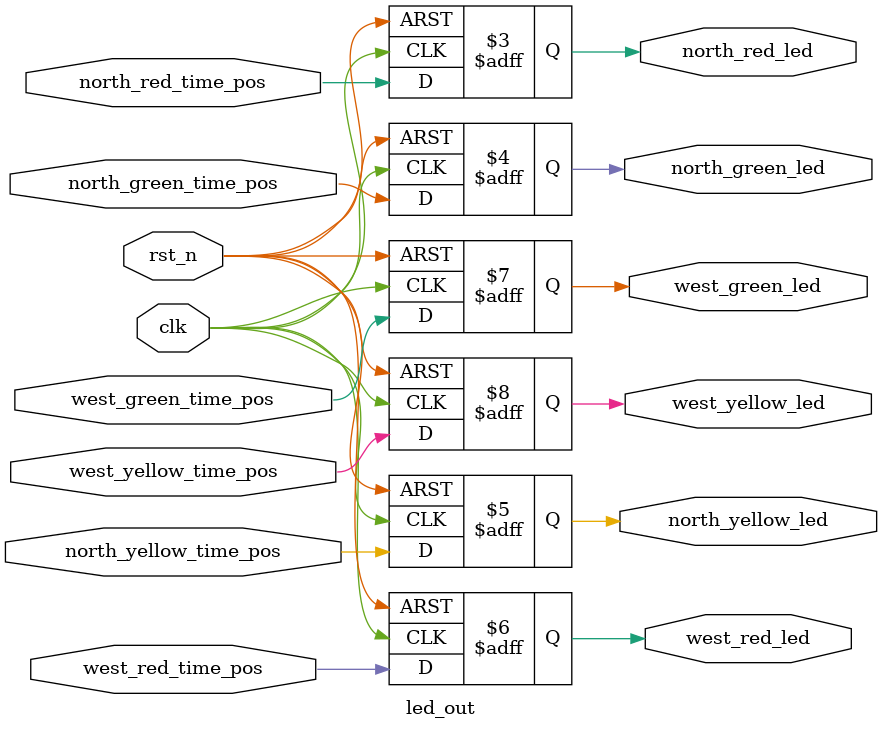
<source format=v>
module led_out (
		clk						,
		rst_n					,	
		north_red_time_pos		,
		north_green_time_pos	,
		north_yellow_time_pos	,
		west_red_time_pos		,
		west_green_time_pos		,
		west_yellow_time_pos	,

		north_red_led			,
		north_green_led			,
		north_yellow_led		,
		west_red_led			,
		west_green_led			,
		west_yellow_led			

	
);

	input		clk						;
	input		rst_n					;	
	input		north_red_time_pos		;
	input		north_green_time_pos	;
	input		north_yellow_time_pos	;
	input		west_red_time_pos		;
	input		west_green_time_pos		;
	input		west_yellow_time_pos	;
	output reg	north_red_led			;
	output reg	north_green_led			;
	output reg	north_yellow_led		;
	output reg	west_red_led			;
	output reg	west_green_led			;
	output reg	west_yellow_led			;

always @(posedge clk or negedge rst_n) begin
	if(~rst_n) begin
		north_red_led		<= 1'b0;	
		north_green_led		<= 1'b0;	
		north_yellow_led	<= 1'b0;	
		west_red_led		<= 1'b0;	
		west_green_led		<= 1'b0;	
		west_yellow_led		<= 1'b0;	
		end 
	else begin
		north_red_led		<= north_red_time_pos		;	
		north_green_led		<= north_green_time_pos		;	
		north_yellow_led	<= north_yellow_time_pos	;	
		west_red_led		<= west_red_time_pos		;	
		west_green_led		<= west_green_time_pos		;	
		west_yellow_led		<= west_yellow_time_pos		;
	end
end


endmodule
</source>
